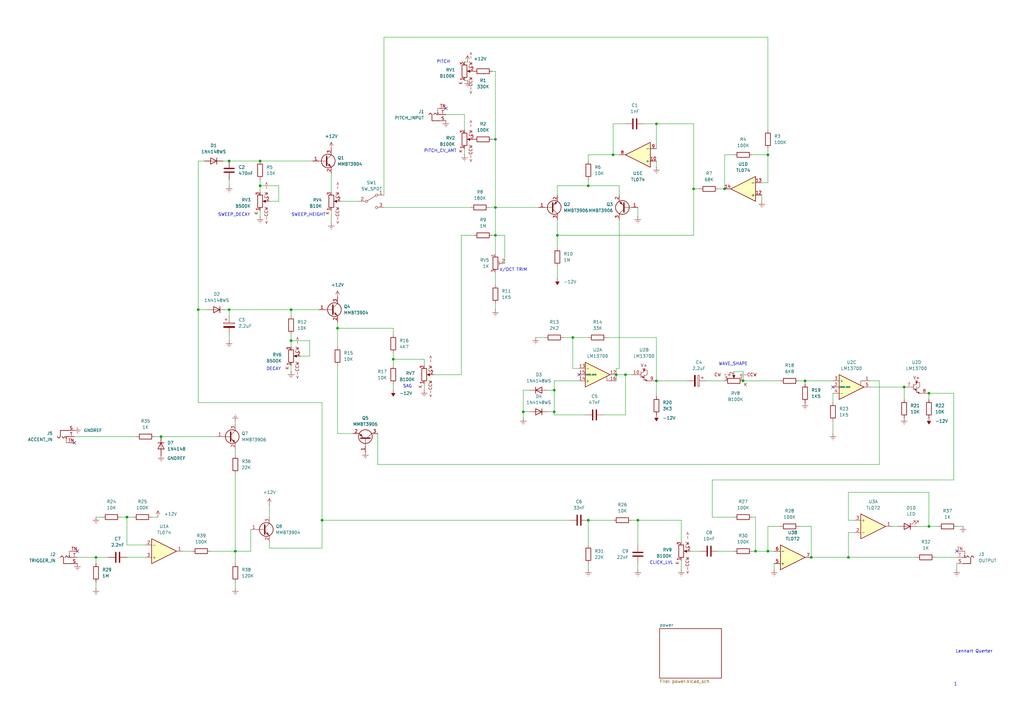
<source format=kicad_sch>
(kicad_sch (version 20250114) (generator "eeschema") (generator_version "9.0")
  (paper "A3")
  (text "PITCH" (at 181.864 25.4 0) (effects (font (size 1.27 1.27))))
  (text "V/OCT TRIM" (at 210.566 110.744 0) (effects (font (size 1.27 1.27))))
  (text "DECAY" (at 112.268 151.384 0) (effects (font (size 1.27 1.27))))
  (text "SWEEP_HEIGHT" (at 126.492 88.138 0) (effects (font (size 1.27 1.27))))
  (text "CLICK_LVL" (at 271.272 230.886 0) (effects (font (size 1.27 1.27))))
  (text "PITCH_CV_AMT" (at 180.594 61.976 0) (effects (font (size 1.27 1.27))))
  (text "WAVE_SHAPE" (at 300.736 149.352 0) (effects (font (size 1.27 1.27))))
  (text "SAG" (at 167.132 158.496 0) (effects (font (size 1.27 1.27))))
  (text "Lennart Querter" (at 399.542 267.208 0) (effects (font (size 1.27 1.27))))
  (text "SWEEP_DECAY" (at 96.012 88.138 0) (effects (font (size 1.27 1.27))))
  (text "1" (at 391.922 280.67 0) (effects (font (size 1.27 1.27))))
  (junction (at 314.96 226.06))
  (junction (at 309.88 226.06))
  (junction (at 66.04 179.07))
  (junction (at 96.52 226.06))
  (junction (at 381 215.9))
  (junction (at 138.43 134.62))
  (junction (at 203.2 57.15))
  (junction (at 214.63 168.91))
  (junction (at 347.98 228.6))
  (junction (at 381 161.29))
  (junction (at 256.54 153.67))
  (junction (at 269.24 50.8))
  (junction (at 228.6 96.52))
  (junction (at 370.84 158.75))
  (junction (at 119.38 139.7))
  (junction (at 251.46 63.5))
  (junction (at 304.8 156.21))
  (junction (at 227.33 168.91))
  (junction (at 252.73 153.67))
  (junction (at 52.07 212.09))
  (junction (at 297.18 77.47))
  (junction (at 203.2 85.09))
  (junction (at 161.29 147.32))
  (junction (at 93.98 66.04))
  (junction (at 284.48 77.47))
  (junction (at 106.68 76.2))
  (junction (at 106.68 66.04))
  (junction (at 241.3 76.2))
  (junction (at 234.95 138.43))
  (junction (at 227.33 160.02))
  (junction (at 241.3 213.36))
  (junction (at 81.28 127))
  (junction (at 132.08 213.36))
  (junction (at 261.62 213.36))
  (junction (at 330.2 156.21))
  (junction (at 203.2 96.52))
  (junction (at 269.24 156.21))
  (junction (at 39.37 228.6))
  (junction (at 314.96 63.5))
  (junction (at 119.38 127))
  (junction (at 93.98 127))
  (junction (at 332.74 228.6))
  (no_connect (at 31.75 226.06))
  (no_connect (at 30.48 181.61))
  (no_connect (at 341.63 158.75))
  (no_connect (at 237.49 153.67))
  (no_connect (at 392.43 226.06))
  (no_connect (at 182.88 44.45))
  (wire (pts (xy 127 146.05) (xy 127 139.7)))
  (wire (pts (xy 190.5 63.5) (xy 190.5 60.96)))
  (wire (pts (xy 261.62 213.36) (xy 279.4 213.36)))
  (wire (pts (xy 252.73 151.13) (xy 252.73 153.67)))
  (wire (pts (xy 59.69 228.6) (xy 52.07 228.6)))
  (wire (pts (xy 308.61 212.09) (xy 309.88 212.09)))
  (wire (pts (xy 106.68 76.2) (xy 114.3 76.2)))
  (wire (pts (xy 254 76.2) (xy 254 80.01)))
  (wire (pts (xy 347.98 228.6) (xy 332.74 228.6)))
  (wire (pts (xy 320.04 215.9) (xy 314.96 215.9)))
  (wire (pts (xy 39.37 212.09) (xy 41.91 212.09)))
  (wire (pts (xy 300.99 226.06) (xy 294.64 226.06)))
  (wire (pts (xy 227.33 160.02) (xy 227.33 168.91)))
  (wire (pts (xy 347.98 218.44) (xy 347.98 228.6)))
  (wire (pts (xy 106.68 76.2) (xy 106.68 78.74)))
  (wire (pts (xy 93.98 129.54) (xy 93.98 127)))
  (wire (pts (xy 256.54 153.67) (xy 259.08 153.67)))
  (wire (pts (xy 130.81 127) (xy 119.38 127)))
  (wire (pts (xy 132.08 213.36) (xy 233.68 213.36)))
  (wire (pts (xy 370.84 163.83) (xy 370.84 158.75)))
  (wire (pts (xy 228.6 80.01) (xy 228.6 76.2)))
  (wire (pts (xy 106.68 66.04) (xy 128.27 66.04)))
  (wire (pts (xy 81.28 127) (xy 81.28 165.1)))
  (wire (pts (xy 93.98 73.66) (xy 93.98 76.2)))
  (wire (pts (xy 154.94 190.5) (xy 154.94 177.8)))
  (wire (pts (xy 135.89 78.74) (xy 135.89 71.12)))
  (wire (pts (xy 154.94 190.5) (xy 360.68 190.5)))
  (wire (pts (xy 214.63 171.45) (xy 214.63 168.91)))
  (wire (pts (xy 309.88 212.09) (xy 309.88 226.06)))
  (wire (pts (xy 96.52 172.72) (xy 96.52 173.99)))
  (wire (pts (xy 269.24 138.43) (xy 269.24 156.21)))
  (wire (pts (xy 392.43 215.9) (xy 394.97 215.9)))
  (wire (pts (xy 327.66 156.21) (xy 330.2 156.21)))
  (wire (pts (xy 203.2 104.14) (xy 203.2 96.52)))
  (wire (pts (xy 52.07 223.52) (xy 52.07 212.09)))
  (wire (pts (xy 119.38 142.24) (xy 119.38 139.7)))
  (wire (pts (xy 247.65 170.18) (xy 256.54 170.18)))
  (wire (pts (xy 252.73 153.67) (xy 256.54 153.67)))
  (wire (pts (xy 360.68 156.21) (xy 356.87 156.21)))
  (wire (pts (xy 314.96 226.06) (xy 317.5 226.06)))
  (wire (pts (xy 297.18 63.5) (xy 297.18 77.47)))
  (wire (pts (xy 228.6 76.2) (xy 241.3 76.2)))
  (wire (pts (xy 300.99 63.5) (xy 297.18 63.5)))
  (wire (pts (xy 127 139.7) (xy 119.38 139.7)))
  (wire (pts (xy 304.8 152.4) (xy 304.8 156.21)))
  (wire (pts (xy 237.49 151.13) (xy 234.95 151.13)))
  (wire (pts (xy 251.46 50.8) (xy 251.46 63.5)))
  (wire (pts (xy 392.43 228.6) (xy 383.54 228.6)))
  (wire (pts (xy 93.98 66.04) (xy 106.68 66.04)))
  (wire (pts (xy 207.01 96.52) (xy 203.2 96.52)))
  (wire (pts (xy 106.68 88.9) (xy 106.68 86.36)))
  (wire (pts (xy 203.2 96.52) (xy 201.93 96.52)))
  (wire (pts (xy 214.63 168.91) (xy 217.17 168.91)))
  (wire (pts (xy 292.1 212.09) (xy 300.99 212.09)))
  (wire (pts (xy 227.33 160.02) (xy 224.79 160.02)))
  (wire (pts (xy 248.92 138.43) (xy 269.24 138.43)))
  (wire (pts (xy 341.63 165.1) (xy 341.63 161.29)))
  (wire (pts (xy 269.24 68.58) (xy 269.24 66.04)))
  (wire (pts (xy 251.46 213.36) (xy 241.3 213.36)))
  (wire (pts (xy 327.66 215.9) (xy 332.74 215.9)))
  (wire (pts (xy 78.74 226.06) (xy 74.93 226.06)))
  (wire (pts (xy 228.6 114.3) (xy 228.6 109.22)))
  (wire (pts (xy 217.17 160.02) (xy 214.63 160.02)))
  (wire (pts (xy 292.1 196.85) (xy 391.16 196.85)))
  (wire (pts (xy 96.52 184.15) (xy 96.52 186.69)))
  (wire (pts (xy 341.63 172.72) (xy 341.63 177.8)))
  (wire (pts (xy 157.48 80.01) (xy 157.48 15.24)))
  (wire (pts (xy 190.5 33.02) (xy 191.77 33.02)))
  (wire (pts (xy 241.3 63.5) (xy 241.3 66.04)))
  (wire (pts (xy 30.48 179.07) (xy 55.88 179.07)))
  (wire (pts (xy 259.08 213.36) (xy 261.62 213.36)))
  (wire (pts (xy 241.3 73.66) (xy 241.3 76.2)))
  (wire (pts (xy 269.24 162.56) (xy 269.24 156.21)))
  (wire (pts (xy 81.28 127) (xy 85.09 127)))
  (wire (pts (xy 139.7 82.55) (xy 147.32 82.55)))
  (wire (pts (xy 228.6 90.17) (xy 228.6 96.52)))
  (wire (pts (xy 200.66 85.09) (xy 203.2 85.09)))
  (wire (pts (xy 234.95 138.43) (xy 241.3 138.43)))
  (wire (pts (xy 347.98 201.93) (xy 381 201.93)))
  (wire (pts (xy 241.3 233.68) (xy 241.3 231.14)))
  (wire (pts (xy 96.52 231.14) (xy 96.52 226.06)))
  (wire (pts (xy 119.38 139.7) (xy 119.38 137.16)))
  (wire (pts (xy 284.48 77.47) (xy 284.48 50.8)))
  (wire (pts (xy 381 201.93) (xy 381 215.9)))
  (wire (pts (xy 157.48 15.24) (xy 314.96 15.24)))
  (wire (pts (xy 312.42 82.55) (xy 312.42 80.01)))
  (wire (pts (xy 381 215.9) (xy 384.81 215.9)))
  (wire (pts (xy 227.33 168.91) (xy 224.79 168.91)))
  (wire (pts (xy 304.8 156.21) (xy 320.04 156.21)))
  (wire (pts (xy 96.52 241.3) (xy 96.52 238.76)))
  (wire (pts (xy 49.53 212.09) (xy 52.07 212.09)))
  (wire (pts (xy 292.1 212.09) (xy 292.1 196.85)))
  (wire (pts (xy 31.75 228.6) (xy 39.37 228.6)))
  (wire (pts (xy 287.02 226.06) (xy 283.21 226.06)))
  (wire (pts (xy 161.29 160.02) (xy 161.29 157.48)))
  (wire (pts (xy 294.64 77.47) (xy 297.18 77.47)))
  (wire (pts (xy 256.54 50.8) (xy 251.46 50.8)))
  (wire (pts (xy 347.98 218.44) (xy 350.52 218.44)))
  (wire (pts (xy 228.6 96.52) (xy 228.6 101.6)))
  (wire (pts (xy 203.2 57.15) (xy 203.2 85.09)))
  (wire (pts (xy 190.5 46.99) (xy 190.5 53.34)))
  (wire (pts (xy 93.98 127) (xy 119.38 127)))
  (wire (pts (xy 203.2 111.76) (xy 203.2 116.84)))
  (wire (pts (xy 279.4 213.36) (xy 279.4 222.25)))
  (wire (pts (xy 39.37 241.3) (xy 39.37 238.76)))
  (wire (pts (xy 252.73 151.13) (xy 254 151.13)))
  (wire (pts (xy 231.14 138.43) (xy 234.95 138.43)))
  (wire (pts (xy 173.99 160.02) (xy 173.99 157.48)))
  (wire (pts (xy 132.08 165.1) (xy 132.08 213.36)))
  (wire (pts (xy 381 163.83) (xy 381 161.29)))
  (wire (pts (xy 86.36 226.06) (xy 96.52 226.06)))
  (wire (pts (xy 138.43 177.8) (xy 138.43 149.86)))
  (wire (pts (xy 44.45 228.6) (xy 39.37 228.6)))
  (wire (pts (xy 66.04 179.07) (xy 88.9 179.07)))
  (wire (pts (xy 138.43 142.24) (xy 138.43 134.62)))
  (wire (pts (xy 96.52 226.06) (xy 102.87 226.06)))
  (wire (pts (xy 309.88 226.06) (xy 314.96 226.06)))
  (wire (pts (xy 241.3 76.2) (xy 254 76.2)))
  (wire (pts (xy 227.33 170.18) (xy 240.03 170.18)))
  (wire (pts (xy 63.5 179.07) (xy 66.04 179.07)))
  (wire (pts (xy 161.29 137.16) (xy 161.29 134.62)))
  (wire (pts (xy 251.46 63.5) (xy 241.3 63.5)))
  (wire (pts (xy 114.3 82.55) (xy 114.3 76.2)))
  (wire (pts (xy 284.48 77.47) (xy 284.48 96.52)))
  (wire (pts (xy 347.98 213.36) (xy 350.52 213.36)))
  (wire (pts (xy 173.99 147.32) (xy 161.29 147.32)))
  (wire (pts (xy 391.16 161.29) (xy 381 161.29)))
  (wire (pts (xy 138.43 134.62) (xy 161.29 134.62)))
  (wire (pts (xy 144.78 177.8) (xy 138.43 177.8)))
  (wire (pts (xy 314.96 74.93) (xy 312.42 74.93)))
  (wire (pts (xy 252.73 153.67) (xy 252.73 156.21)))
  (wire (pts (xy 203.2 57.15) (xy 201.93 57.15)))
  (wire (pts (xy 102.87 226.06) (xy 102.87 217.17)))
  (wire (pts (xy 314.96 15.24) (xy 314.96 53.34)))
  (wire (pts (xy 241.3 223.52) (xy 241.3 213.36)))
  (wire (pts (xy 182.88 46.99) (xy 190.5 46.99)))
  (wire (pts (xy 138.43 134.62) (xy 138.43 132.08)))
  (wire (pts (xy 314.96 215.9) (xy 314.96 226.06)))
  (wire (pts (xy 284.48 96.52) (xy 228.6 96.52)))
  (wire (pts (xy 256.54 170.18) (xy 256.54 153.67)))
  (wire (pts (xy 64.77 212.09) (xy 62.23 212.09)))
  (wire (pts (xy 261.62 85.09) (xy 261.62 88.9)))
  (wire (pts (xy 190.5 25.4) (xy 191.77 25.4)))
  (wire (pts (xy 93.98 66.04) (xy 91.44 66.04)))
  (wire (pts (xy 330.2 156.21) (xy 341.63 156.21)))
  (wire (pts (xy 314.96 60.96) (xy 314.96 63.5)))
  (wire (pts (xy 332.74 215.9) (xy 332.74 228.6)))
  (wire (pts (xy 59.69 223.52) (xy 52.07 223.52)))
  (wire (pts (xy 227.33 156.21) (xy 227.33 160.02)))
  (wire (pts (xy 219.71 138.43) (xy 223.52 138.43)))
  (wire (pts (xy 207.01 107.95) (xy 207.01 96.52)))
  (wire (pts (xy 161.29 147.32) (xy 161.29 144.78)))
  (wire (pts (xy 391.16 196.85) (xy 391.16 161.29)))
  (wire (pts (xy 54.61 212.09) (xy 52.07 212.09)))
  (wire (pts (xy 203.2 29.21) (xy 201.93 29.21)))
  (wire (pts (xy 269.24 50.8) (xy 264.16 50.8)))
  (wire (pts (xy 203.2 85.09) (xy 203.2 96.52)))
  (wire (pts (xy 227.33 168.91) (xy 227.33 170.18)))
  (wire (pts (xy 284.48 50.8) (xy 269.24 50.8)))
  (wire (pts (xy 234.95 151.13) (xy 234.95 138.43)))
  (wire (pts (xy 203.2 29.21) (xy 203.2 57.15)))
  (wire (pts (xy 375.92 215.9) (xy 381 215.9)))
  (wire (pts (xy 39.37 231.14) (xy 39.37 228.6)))
  (wire (pts (xy 110.49 224.79) (xy 132.08 224.79)))
  (wire (pts (xy 81.28 66.04) (xy 81.28 127)))
  (wire (pts (xy 254 63.5) (xy 251.46 63.5)))
  (wire (pts (xy 110.49 82.55) (xy 114.3 82.55)))
  (wire (pts (xy 314.96 63.5) (xy 314.96 74.93)))
  (wire (pts (xy 261.62 233.68) (xy 261.62 231.14)))
  (wire (pts (xy 119.38 152.4) (xy 119.38 149.86)))
  (wire (pts (xy 368.3 215.9) (xy 365.76 215.9)))
  (wire (pts (xy 356.87 158.75) (xy 370.84 158.75)))
  (wire (pts (xy 317.5 233.68) (xy 317.5 231.14)))
  (wire (pts (xy 375.92 228.6) (xy 347.98 228.6)))
  (wire (pts (xy 132.08 213.36) (xy 132.08 224.79)))
  (wire (pts (xy 110.49 222.25) (xy 110.49 224.79)))
  (wire (pts (xy 123.19 146.05) (xy 127 146.05)))
  (wire (pts (xy 110.49 207.01) (xy 110.49 212.09)))
  (wire (pts (xy 287.02 77.47) (xy 284.48 77.47)))
  (wire (pts (xy 254 151.13) (xy 254 90.17)))
  (wire (pts (xy 347.98 213.36) (xy 347.98 201.93)))
  (wire (pts (xy 289.56 156.21) (xy 297.18 156.21)))
  (wire (pts (xy 173.99 149.86) (xy 173.99 147.32)))
  (wire (pts (xy 203.2 127) (xy 203.2 124.46)))
  (wire (pts (xy 392.43 233.68) (xy 392.43 231.14)))
  (wire (pts (xy 81.28 66.04) (xy 83.82 66.04)))
  (wire (pts (xy 81.28 165.1) (xy 132.08 165.1)))
  (wire (pts (xy 189.23 96.52) (xy 194.31 96.52)))
  (wire (pts (xy 92.71 127) (xy 93.98 127)))
  (wire (pts (xy 269.24 60.96) (xy 269.24 50.8)))
  (wire (pts (xy 189.23 153.67) (xy 189.23 96.52)))
  (wire (pts (xy 309.88 226.06) (xy 308.61 226.06)))
  (wire (pts (xy 135.89 86.36) (xy 135.89 91.44)))
  (wire (pts (xy 177.8 153.67) (xy 189.23 153.67)))
  (wire (pts (xy 279.4 233.68) (xy 279.4 229.87)))
  (wire (pts (xy 96.52 194.31) (xy 96.52 226.06)))
  (wire (pts (xy 119.38 127) (xy 119.38 129.54)))
  (wire (pts (xy 281.94 156.21) (xy 269.24 156.21)))
  (wire (pts (xy 106.68 73.66) (xy 106.68 76.2)))
  (wire (pts (xy 308.61 63.5) (xy 314.96 63.5)))
  (wire (pts (xy 203.2 85.09) (xy 220.98 85.09)))
  (wire (pts (xy 330.2 156.21) (xy 330.2 157.48)))
  (wire (pts (xy 261.62 213.36) (xy 261.62 223.52)))
  (wire (pts (xy 93.98 137.16) (xy 93.98 139.7)))
  (wire (pts (xy 237.49 156.21) (xy 227.33 156.21)))
  (wire (pts (xy 300.99 152.4) (xy 304.8 152.4)))
  (wire (pts (xy 360.68 190.5) (xy 360.68 156.21)))
  (wire (pts (xy 161.29 147.32) (xy 161.29 149.86)))
  (wire (pts (xy 157.48 85.09) (xy 193.04 85.09)))
  (wire (pts (xy 214.63 160.02) (xy 214.63 168.91)))
  (symbol (lib_id "synth:R_Default") (at 45.72 212.09 90) (unit 1)
    (property "Reference" "R24" (at 45.72 205.74 90))
    (property "Value" "10K" (at 45.72 208.28 90))
    (property "Footprint" "Resistor_SMD:R_0805_2012Metric_Pad1.20x1.40mm_HandSolder" (effects (hide yes)))
    (property "Description" "Resistor" (effects (hide yes)))
  )
  (symbol (lib_id "synth:R_Default") (at 304.8 212.09 270) (unit 1)
    (property "Reference" "R27" (at 304.8 205.74 90))
    (property "Value" "100K" (at 304.8 208.28 90))
    (property "Footprint" "Resistor_SMD:R_0805_2012Metric_Pad1.20x1.40mm_HandSolder" (effects (hide yes)))
    (property "Description" "Resistor" (effects (hide yes)))
  )
  (symbol (lib_id "power:GNDREF") (at 394.97 215.9 0) (unit 1)
    (property "Reference" "#PWR053" (effects (hide yes)))
    (property "Value" "GNDREF" (effects (hide yes)))
    (property "Description" "Power symbol creates a global label with name \"GNDREF\" , reference supply ground" (effects (hide yes)))
  )
  (symbol (lib_id "Amplifier_Operational:LM13700") (at 266.7 153.67 0) (unit 2)
    (property "Reference" "U2" (at 264.16 143.51 0))
    (property "Value" "LM13700" (at 264.16 146.05 0))
    (property "Footprint" "Synth:SOIC-16" (effects (hide yes)))
    (property "Datasheet" "http://www.ti.com/lit/ds/symlink/lm13700.pdf" (effects (hide yes)))
    (property "Description" "Dual Operational Transconductance Amplifiers with Linearizing Diodes and Buffers, DIP-16/SOIC-16" (effects (hide yes)))
  )
  (symbol (lib_id "synth:R_Potentiometer (P0915N)") (at 300.99 156.21 180) (unit 1)
    (property "Reference" "RV8" (at 301.7006 161.29 0))
    (property "Value" "B100K" (at 301.7006 163.83 0))
    (property "Footprint" "Synth:Potentiometer_TT_P0915N" (effects (hide yes)))
    (property "Description" "Potentiometer" (effects (hide yes)))
  )
  (symbol (lib_id "Device:C_Polarized") (at 93.98 133.35 0) (unit 1)
    (property "Reference" "C3" (at 97.79 131.1909 0) (effects (justify left)))
    (property "Value" "2.2uF" (at 97.79 133.7309 0) (effects (justify left)))
    (property "Footprint" "Capacitor_THT:CP_Radial_D5.0mm_P2.50mm" (effects (hide yes)))
    (property "Description" "Polarized capacitor" (effects (hide yes)))
  )
  (symbol (lib_id "power:GNDREF") (at 39.37 241.3 0) (unit 1)
    (property "Reference" "#PWR030" (effects (hide yes)))
    (property "Value" "GNDREF" (effects (hide yes)))
    (property "Description" "Power symbol creates a global label with name \"GNDREF\" , reference supply ground" (effects (hide yes)))
  )
  (symbol (lib_id "synth:D_Signal (1N4148)") (at 66.04 182.88 270) (unit 1)
    (property "Reference" "D7" (at 68.58 181.6099 90) (effects (justify left)))
    (property "Value" "1N4148" (at 68.58 184.1499 90) (effects (justify left)))
    (property "Footprint" "Diode_SMD:D_SOD-323_HandSoldering" (effects (hide yes)))
    (property "Datasheet" "https://assets.nexperia.com/documents/data-sheet/1N4148_1N4448.pdf" (effects (hide yes)))
    (property "Description" "100V 0.15A standard switching diode, DO-35" (effects (hide yes)))
    (property "Sim.Device" "D" (effects (hide yes)))
    (property "Sim.Pins" "1=K 2=A" (effects (hide yes)))
  )
  (symbol (lib_id "synth:R_Default") (at 138.43 146.05 180) (unit 1)
    (property "Reference" "R15" (at 140.97 144.7799 0) (effects (justify right)))
    (property "Value" "10K" (at 140.97 147.3199 0) (effects (justify right)))
    (property "Footprint" "Resistor_SMD:R_0805_2012Metric_Pad1.20x1.40mm_HandSolder" (effects (hide yes)))
    (property "Description" "Resistor" (effects (hide yes)))
  )
  (symbol (lib_id "synth:R_Default") (at 196.85 85.09 270) (unit 1)
    (property "Reference" "R8" (at 196.85 78.74 90))
    (property "Value" "180K" (at 196.85 81.28 90))
    (property "Footprint" "Resistor_SMD:R_0805_2012Metric_Pad1.20x1.40mm_HandSolder" (effects (hide yes)))
    (property "Description" "Resistor" (effects (hide yes)))
  )
  (symbol (lib_id "synth:R_Default") (at 323.85 215.9 270) (unit 1)
    (property "Reference" "R28" (at 323.85 209.55 90))
    (property "Value" "100K" (at 323.85 212.09 90))
    (property "Footprint" "Resistor_SMD:R_0805_2012Metric_Pad1.20x1.40mm_HandSolder" (effects (hide yes)))
    (property "Description" "Resistor" (effects (hide yes)))
  )
  (symbol (lib_id "power:GNDREF") (at 96.52 241.3 0) (unit 1)
    (property "Reference" "#PWR058" (effects (hide yes)))
    (property "Value" "GNDREF" (effects (hide yes)))
    (property "Description" "Power symbol creates a global label with name \"GNDREF\" , reference supply ground" (effects (hide yes)))
  )
  (symbol (lib_id "synth:AudioJack_Mono_3.5mm") (at 177.8 46.99 0) (mirror x) (unit 1)
    (property "Reference" "J1" (at 173.99 45.7834 0) (effects (justify right)))
    (property "Value" "PITCH_INPUT" (at 173.99 48.3234 0) (effects (justify right)))
    (property "Footprint" "Synth:Jack_3.5mm_QingPu_WQP-PJ398SM_Vertical_CircularHoles" (effects (hide yes)))
    (property "Description" "Audio Jack, 2 Poles (Mono / TS), Switched T Pole (Normalling)" (effects (hide yes)))
  )
  (symbol (lib_id "Diode:1N4148WS") (at 87.63 66.04 180) (unit 1)
    (property "Reference" "D1" (at 87.63 59.69 0))
    (property "Value" "1N4148WS" (at 87.63 62.23 0))
    (property "Footprint" "Diode_SMD:D_SOD-323_HandSoldering" (effects (hide yes)))
    (property "Datasheet" "https://www.vishay.com/docs/85751/1n4148ws.pdf" (effects (hide yes)))
    (property "Description" "75V 0.15A Fast switching Diode, SOD-323" (effects (hide yes)))
    (property "Sim.Device" "D" (effects (hide yes)))
    (property "Sim.Pins" "1=K 2=A" (effects (hide yes)))
  )
  (symbol (lib_id "synth:SW_SPDT") (at 152.4 82.55 0) (unit 1)
    (property "Reference" "SW1" (at 152.4 74.93 0))
    (property "Value" "SW_SPDT" (at 152.4 77.47 0))
    (property "Footprint" "Synth:SW_default" (effects (hide yes)))
    (property "Description" "Switch, single pole double throw" (effects (hide yes)))
  )
  (symbol (lib_id "Diode:1N4148WS") (at 220.98 160.02 0) (unit 1)
    (property "Reference" "D3" (at 220.98 153.67 0))
    (property "Value" "1N4148WS" (at 220.98 156.21 0))
    (property "Footprint" "Diode_SMD:D_SOD-323_HandSoldering" (effects (hide yes)))
    (property "Datasheet" "https://www.vishay.com/docs/85751/1n4148ws.pdf" (effects (hide yes)))
    (property "Description" "75V 0.15A Fast switching Diode, SOD-323" (effects (hide yes)))
    (property "Sim.Device" "D" (effects (hide yes)))
    (property "Sim.Pins" "1=K 2=A" (effects (hide yes)))
  )
  (symbol (lib_id "power:-12V") (at 381 171.45 180) (unit 1)
    (property "Reference" "#PWR024" (effects (hide yes)))
    (property "Value" "-12V" (at 383.54 172.7199 0) (effects (justify right)))
    (property "Description" "Power symbol creates a global label with name \"-12V\"" (effects (hide yes)))
  )
  (symbol (lib_id "power:GNDREF") (at 31.75 231.14 0) (unit 1)
    (property "Reference" "#PWR029" (effects (hide yes)))
    (property "Value" "GNDREF" (effects (hide yes)))
    (property "Description" "Power symbol creates a global label with name \"GNDREF\" , reference supply ground" (effects (hide yes)))
  )
  (symbol (lib_id "Device:C") (at 260.35 50.8 270) (unit 1)
    (property "Reference" "C1" (at 260.35 43.18 90))
    (property "Value" "1nF" (at 260.35 45.72 90))
    (property "Footprint" "Capacitor_SMD:C_0805_2012Metric_Pad1.18x1.45mm_HandSolder" (effects (hide yes)))
    (property "Description" "Unpolarized capacitor" (effects (hide yes)))
  )
  (symbol (lib_id "power:GNDREF") (at 93.98 76.2 0) (unit 1)
    (property "Reference" "#PWR07" (effects (hide yes)))
    (property "Value" "GNDREF" (effects (hide yes)))
    (property "Description" "Power symbol creates a global label with name \"GNDREF\" , reference supply ground" (effects (hide yes)))
  )
  (symbol (lib_id "synth:R_Potentiometer (P0915N)") (at 190.5 29.21 90) (unit 1)
    (property "Reference" "RV1" (at 186.69 28.6505 90) (effects (justify left)))
    (property "Value" "B100K" (at 186.69 31.1905 90) (effects (justify left)))
    (property "Footprint" "Synth:Potentiometer_TT_P0915N" (effects (hide yes)))
    (property "Description" "Potentiometer" (effects (hide yes)))
  )
  (symbol (lib_id "Device:C") (at 237.49 213.36 90) (unit 1)
    (property "Reference" "C6" (at 237.49 205.74 90))
    (property "Value" "33nF" (at 237.49 208.28 90))
    (property "Footprint" "Capacitor_SMD:C_0805_2012Metric_Pad1.18x1.45mm_HandSolder" (effects (hide yes)))
    (property "Description" "Unpolarized capacitor" (effects (hide yes)))
  )
  (symbol (lib_id "power:GNDREF") (at 214.63 171.45 0) (unit 1)
    (property "Reference" "#PWR022" (effects (hide yes)))
    (property "Value" "GNDREF" (effects (hide yes)))
    (property "Description" "Power symbol creates a global label with name \"GNDREF\" , reference supply ground" (effects (hide yes)))
  )
  (symbol (lib_id "synth:R_Default") (at 203.2 120.65 0) (unit 1)
    (property "Reference" "R11" (at 205.74 119.3799 0) (effects (justify left)))
    (property "Value" "1K5" (at 205.74 121.9199 0) (effects (justify left)))
    (property "Footprint" "Resistor_SMD:R_0805_2012Metric_Pad1.20x1.40mm_HandSolder" (effects (hide yes)))
    (property "Description" "Resistor" (effects (hide yes)))
  )
  (symbol (lib_id "synth:R_Potentiometer (P0915N)") (at 190.5 57.15 90) (unit 1)
    (property "Reference" "RV2" (at 186.69 56.5905 90) (effects (justify left)))
    (property "Value" "B100K" (at 186.69 59.1305 90) (effects (justify left)))
    (property "Footprint" "Synth:Potentiometer_TT_P0915N" (effects (hide yes)))
    (property "Description" "Potentiometer" (effects (hide yes)))
  )
  (symbol (lib_id "synth:R_Default") (at 227.33 138.43 90) (unit 1)
    (property "Reference" "R13" (at 227.33 132.08 90))
    (property "Value" "2K2" (at 227.33 134.62 90))
    (property "Footprint" "Resistor_SMD:R_0805_2012Metric_Pad1.20x1.40mm_HandSolder" (effects (hide yes)))
    (property "Description" "Resistor" (effects (hide yes)))
  )
  (symbol (lib_id "synth:R_Potentiometer (P0915N)") (at 135.89 82.55 90) (unit 1)
    (property "Reference" "RV4" (at 132.08 81.9905 90) (effects (justify left)))
    (property "Value" "B10K" (at 132.08 84.5305 90) (effects (justify left)))
    (property "Footprint" "Synth:Potentiometer_TT_P0915N" (effects (hide yes)))
    (property "Description" "Potentiometer" (effects (hide yes)))
  )
  (symbol (lib_id "synth:R_Default") (at 241.3 69.85 0) (unit 1)
    (property "Reference" "R6" (at 243.84 68.5799 0) (effects (justify left)))
    (property "Value" "10K" (at 243.84 71.1199 0) (effects (justify left)))
    (property "Footprint" "Resistor_SMD:R_0805_2012Metric_Pad1.20x1.40mm_HandSolder" (effects (hide yes)))
    (property "Description" "Resistor" (effects (hide yes)))
  )
  (symbol (lib_id "power:GNDREF") (at 203.2 127 0) (unit 1)
    (property "Reference" "#PWR014" (effects (hide yes)))
    (property "Value" "GNDREF" (effects (hide yes)))
    (property "Description" "Power symbol creates a global label with name \"GNDREF\" , reference supply ground" (effects (hide yes)))
  )
  (symbol (lib_id "synth:R_Default") (at 106.68 69.85 180) (unit 1)
    (property "Reference" "R5" (at 109.22 68.5799 0) (effects (justify right)))
    (property "Value" "10K" (at 109.22 71.1199 0) (effects (justify right)))
    (property "Footprint" "Resistor_SMD:R_0805_2012Metric_Pad1.20x1.40mm_HandSolder" (effects (hide yes)))
    (property "Description" "Resistor" (effects (hide yes)))
  )
  (symbol (lib_id "power:GNDREF") (at 149.86 185.42 0) (unit 1)
    (property "Reference" "#PWR026" (effects (hide yes)))
    (property "Value" "GNDREF" (effects (hide yes)))
    (property "Description" "Power symbol creates a global label with name \"GNDREF\" , reference supply ground" (effects (hide yes)))
  )
  (symbol (lib_id "synth:R_Default") (at 161.29 140.97 180) (unit 1)
    (property "Reference" "R16" (at 163.83 139.6999 0) (effects (justify right)))
    (property "Value" "4K7" (at 163.83 142.2399 0) (effects (justify right)))
    (property "Footprint" "Resistor_SMD:R_0805_2012Metric_Pad1.20x1.40mm_HandSolder" (effects (hide yes)))
    (property "Description" "Resistor" (effects (hide yes)))
  )
  (symbol (lib_id "synth:R_Default") (at 290.83 77.47 90) (unit 1)
    (property "Reference" "R7" (at 290.83 71.12 90))
    (property "Value" "68K" (at 290.83 73.66 90))
    (property "Footprint" "Resistor_SMD:R_0805_2012Metric_Pad1.20x1.40mm_HandSolder" (effects (hide yes)))
    (property "Description" "Resistor" (effects (hide yes)))
  )
  (symbol (lib_id "Amplifier_Operational:LM13700") (at 349.25 158.75 0) (mirror x) (unit 3)
    (property "Reference" "U2" (at 349.25 148.59 0))
    (property "Value" "LM13700" (at 349.25 151.13 0))
    (property "Footprint" "Synth:SOIC-16" (effects (hide yes)))
    (property "Datasheet" "http://www.ti.com/lit/ds/symlink/lm13700.pdf" (effects (hide yes)))
    (property "Description" "Dual Operational Transconductance Amplifiers with Linearizing Diodes and Buffers, DIP-16/SOIC-16" (effects (hide yes)))
  )
  (symbol (lib_id "synth:R_Default") (at 58.42 212.09 90) (unit 1)
    (property "Reference" "R25" (at 58.42 205.74 90))
    (property "Value" "100K" (at 58.42 208.28 90))
    (property "Footprint" "Resistor_SMD:R_0805_2012Metric_Pad1.20x1.40mm_HandSolder" (effects (hide yes)))
    (property "Description" "Resistor" (effects (hide yes)))
  )
  (symbol (lib_id "power:GNDREF") (at 30.48 176.53 90) (unit 1)
    (property "Reference" "#PWR050" (effects (hide yes)))
    (property "Value" "GNDREF" (at 34.29 176.5299 90) (effects (justify right)))
    (property "Description" "Power symbol creates a global label with name \"GNDREF\" , reference supply ground" (effects (hide yes)))
  )
  (symbol (lib_id "power:GNDREF") (at 341.63 177.8 0) (unit 1)
    (property "Reference" "#PWR025" (effects (hide yes)))
    (property "Value" "GNDREF" (effects (hide yes)))
    (property "Description" "Power symbol creates a global label with name \"GNDREF\" , reference supply ground" (effects (hide yes)))
  )
  (symbol (lib_id "Amplifier_Operational:TL072") (at 358.14 215.9 0) (unit 1)
    (property "Reference" "U3" (at 358.14 205.74 0))
    (property "Value" "TL072" (at 358.14 208.28 0))
    (property "Footprint" "Synth:SOIC-8" (effects (hide yes)))
    (property "Datasheet" "http://www.ti.com/lit/ds/symlink/tl071.pdf" (effects (hide yes)))
    (property "Description" "Dual Low-Noise JFET-Input Operational Amplifiers, DIP-8/SOIC-8" (effects (hide yes)))
  )
  (symbol (lib_id "synth:R_Potentiometer (P0915N)") (at 106.68 82.55 90) (unit 1)
    (property "Reference" "RV3" (at 102.87 81.9905 90) (effects (justify left)))
    (property "Value" "B500K" (at 102.87 84.5305 90) (effects (justify left)))
    (property "Footprint" "Synth:Potentiometer_TT_P0915N" (effects (hide yes)))
    (property "Description" "Potentiometer" (effects (hide yes)))
  )
  (symbol (lib_id "power:GNDREF") (at 261.62 233.68 0) (unit 1)
    (property "Reference" "#PWR032" (effects (hide yes)))
    (property "Value" "GNDREF" (effects (hide yes)))
    (property "Description" "Power symbol creates a global label with name \"GNDREF\" , reference supply ground" (effects (hide yes)))
  )
  (symbol (lib_id "synth:R_Default") (at 304.8 63.5 90) (unit 1)
    (property "Reference" "R4" (at 304.8 57.15 90))
    (property "Value" "100K" (at 304.8 59.69 90))
    (property "Footprint" "Resistor_SMD:R_0805_2012Metric_Pad1.20x1.40mm_HandSolder" (effects (hide yes)))
    (property "Description" "Resistor" (effects (hide yes)))
  )
  (symbol (lib_id "Amplifier_Operational:LM13700") (at 378.46 158.75 0) (unit 4)
    (property "Reference" "U2" (at 375.92 148.59 0))
    (property "Value" "LM13700" (at 375.92 151.13 0))
    (property "Footprint" "Synth:SOIC-16" (effects (hide yes)))
    (property "Datasheet" "http://www.ti.com/lit/ds/symlink/lm13700.pdf" (effects (hide yes)))
    (property "Description" "Dual Operational Transconductance Amplifiers with Linearizing Diodes and Buffers, DIP-16/SOIC-16" (effects (hide yes)))
  )
  (symbol (lib_id "synth:R_Default") (at 255.27 213.36 270) (unit 1)
    (property "Reference" "R26" (at 255.27 207.01 90))
    (property "Value" "10K" (at 255.27 209.55 90))
    (property "Footprint" "Resistor_SMD:R_0805_2012Metric_Pad1.20x1.40mm_HandSolder" (effects (hide yes)))
    (property "Description" "Resistor" (effects (hide yes)))
  )
  (symbol (lib_id "power:+12V") (at 110.49 207.01 0) (unit 1)
    (property "Reference" "#PWR059" (effects (hide yes)))
    (property "Value" "+12V" (at 110.49 201.93 0))
    (property "Description" "Power symbol creates a global label with name \"+12V\"" (effects (hide yes)))
  )
  (symbol (lib_id "power:GNDREF") (at 330.2 165.1 0) (unit 1)
    (property "Reference" "#PWR020" (effects (hide yes)))
    (property "Value" "GNDREF" (effects (hide yes)))
    (property "Description" "Power symbol creates a global label with name \"GNDREF\" , reference supply ground" (effects (hide yes)))
  )
  (symbol (lib_id "synth:R_Default") (at 314.96 57.15 180) (unit 1)
    (property "Reference" "R3" (at 317.5 55.8799 0) (effects (justify right)))
    (property "Value" "100K" (at 317.5 58.4199 0) (effects (justify right)))
    (property "Footprint" "Resistor_SMD:R_0805_2012Metric_Pad1.20x1.40mm_HandSolder" (effects (hide yes)))
    (property "Description" "Resistor" (effects (hide yes)))
  )
  (symbol (lib_id "power:GNDREF") (at 66.04 186.69 0) (unit 1)
    (property "Reference" "#PWR051" (effects (hide yes)))
    (property "Value" "GNDREF" (at 68.58 187.9599 0) (effects (justify left)))
    (property "Description" "Power symbol creates a global label with name \"GNDREF\" , reference supply ground" (effects (hide yes)))
  )
  (symbol (lib_id "Diode:1N4148WS") (at 88.9 127 180) (unit 1)
    (property "Reference" "D2" (at 88.9 120.65 0))
    (property "Value" "1N4148WS" (at 88.9 123.19 0))
    (property "Footprint" "Diode_SMD:D_SOD-323_HandSoldering" (effects (hide yes)))
    (property "Datasheet" "https://www.vishay.com/docs/85751/1n4148ws.pdf" (effects (hide yes)))
    (property "Description" "75V 0.15A Fast switching Diode, SOD-323" (effects (hide yes)))
    (property "Sim.Device" "D" (effects (hide yes)))
    (property "Sim.Pins" "1=K 2=A" (effects (hide yes)))
  )
  (symbol (lib_id "Transistor_BJT:MMBT3906") (at 149.86 180.34 270) (mirror x) (unit 1)
    (property "Reference" "Q5" (at 149.86 171.45 90))
    (property "Value" "MMBT3906" (at 149.86 173.99 90))
    (property "Footprint" "Package_TO_SOT_SMD:SOT-23_Handsoldering" (effects (hide yes)))
    (property "Datasheet" "https://www.onsemi.com/pdf/datasheet/pzt3906-d.pdf" (effects (hide yes)))
    (property "Description" "-0.2A Ic, -40V Vce, Small Signal PNP Transistor, SOT-23" (effects (hide yes)))
  )
  (symbol (lib_id "power:GNDREF") (at 190.5 63.5 0) (unit 1)
    (property "Reference" "#PWR05" (effects (hide yes)))
    (property "Value" "GNDREF" (effects (hide yes)))
    (property "Description" "Power symbol creates a global label with name \"GNDREF\" , reference supply ground" (effects (hide yes)))
  )
  (symbol (lib_id "synth:R_Default") (at 198.12 57.15 270) (unit 1)
    (property "Reference" "R2" (at 198.12 50.8 90))
    (property "Value" "100K" (at 198.12 53.34 90))
    (property "Footprint" "Resistor_SMD:R_0805_2012Metric_Pad1.20x1.40mm_HandSolder" (effects (hide yes)))
    (property "Description" "Resistor" (effects (hide yes)))
  )
  (symbol (lib_id "Device:C") (at 93.98 69.85 180) (unit 1)
    (property "Reference" "C2" (at 97.79 68.5799 0) (effects (justify right)))
    (property "Value" "470nF" (at 97.79 71.1199 0) (effects (justify right)))
    (property "Footprint" "Capacitor_SMD:C_0805_2012Metric_Pad1.18x1.45mm_HandSolder" (effects (hide yes)))
    (property "Description" "Unpolarized capacitor" (effects (hide yes)))
  )
  (symbol (lib_id "power:GNDREF") (at 370.84 171.45 0) (unit 1)
    (property "Reference" "#PWR023" (effects (hide yes)))
    (property "Value" "GNDREF" (effects (hide yes)))
    (property "Description" "Power symbol creates a global label with name \"GNDREF\" , reference supply ground" (effects (hide yes)))
  )
  (symbol (lib_id "power:+12V") (at 191.77 25.4 0) (unit 1)
    (property "Reference" "#PWR01" (effects (hide yes)))
    (property "Value" "+12V" (at 194.31 24.1299 0) (effects (justify left)))
    (property "Description" "Power symbol creates a global label with name \"+12V\"" (effects (hide yes)))
  )
  (symbol (lib_id "synth:R_Default") (at 82.55 226.06 90) (unit 1)
    (property "Reference" "R39" (at 82.55 219.71 90))
    (property "Value" "100K" (at 82.55 222.25 90))
    (property "Footprint" "Resistor_SMD:R_0805_2012Metric_Pad1.20x1.40mm_HandSolder" (effects (hide yes)))
    (property "Description" "Resistor" (effects (hide yes)))
  )
  (symbol (lib_id "power:GNDREF") (at 182.88 49.53 0) (unit 1)
    (property "Reference" "#PWR03" (effects (hide yes)))
    (property "Value" "GNDREF" (effects (hide yes)))
    (property "Description" "Power symbol creates a global label with name \"GNDREF\" , reference supply ground" (effects (hide yes)))
  )
  (symbol (lib_id "Amplifier_Operational:TL074") (at 261.62 63.5 180) (unit 3)
    (property "Reference" "U1" (at 261.62 71.12 0))
    (property "Value" "TL074" (at 261.62 73.66 0))
    (property "Footprint" "Synth:SOIC-14" (effects (hide yes)))
    (property "Datasheet" "http://www.ti.com/lit/ds/symlink/tl071.pdf" (effects (hide yes)))
    (property "Description" "Quad Low-Noise JFET-Input Operational Amplifiers, DIP-14/SOIC-14" (effects (hide yes)))
  )
  (symbol (lib_id "synth:R_Default") (at 198.12 29.21 270) (unit 1)
    (property "Reference" "R1" (at 198.12 33.02 90))
    (property "Value" "330K" (at 198.12 35.56 90))
    (property "Footprint" "Resistor_SMD:R_0805_2012Metric_Pad1.20x1.40mm_HandSolder" (effects (hide yes)))
    (property "Description" "Resistor" (effects (hide yes)))
  )
  (symbol (lib_id "synth:R_Default") (at 198.12 96.52 270) (unit 1)
    (property "Reference" "R9" (at 198.12 90.17 90))
    (property "Value" "1M" (at 198.12 92.71 90))
    (property "Footprint" "Resistor_SMD:R_0805_2012Metric_Pad1.20x1.40mm_HandSolder" (effects (hide yes)))
    (property "Description" "Resistor" (effects (hide yes)))
  )
  (symbol (lib_id "Amplifier_Operational:TL074") (at 304.8 77.47 180) (unit 4)
    (property "Reference" "U1" (at 304.8 67.31 0))
    (property "Value" "TL074" (at 304.8 69.85 0))
    (property "Footprint" "Synth:SOIC-14" (effects (hide yes)))
    (property "Datasheet" "http://www.ti.com/lit/ds/symlink/tl071.pdf" (effects (hide yes)))
    (property "Description" "Quad Low-Noise JFET-Input Operational Amplifiers, DIP-14/SOIC-14" (effects (hide yes)))
  )
  (symbol (lib_id "power:GNDREF") (at 96.52 172.72 180) (unit 1)
    (property "Reference" "#PWR052" (effects (hide yes)))
    (property "Value" "GNDREF" (effects (hide yes)))
    (property "Description" "Power symbol creates a global label with name \"GNDREF\" , reference supply ground" (effects (hide yes)))
  )
  (symbol (lib_id "power:GNDREF") (at 261.62 88.9 0) (unit 1)
    (property "Reference" "#PWR010" (effects (hide yes)))
    (property "Value" "GNDREF" (effects (hide yes)))
    (property "Description" "Power symbol creates a global label with name \"GNDREF\" , reference supply ground" (effects (hide yes)))
  )
  (symbol (lib_id "synth:R_Default") (at 341.63 168.91 180) (unit 1)
    (property "Reference" "R23" (at 344.17 167.6399 0) (effects (justify right)))
    (property "Value" "1K5" (at 344.17 170.1799 0) (effects (justify right)))
    (property "Footprint" "Resistor_SMD:R_0805_2012Metric_Pad1.20x1.40mm_HandSolder" (effects (hide yes)))
    (property "Description" "Resistor" (effects (hide yes)))
  )
  (symbol (lib_id "synth:R_Default") (at 228.6 105.41 0) (unit 1)
    (property "Reference" "R10" (at 231.14 104.1399 0) (effects (justify left)))
    (property "Value" "1M" (at 231.14 106.6799 0) (effects (justify left)))
    (property "Footprint" "Resistor_SMD:R_0805_2012Metric_Pad1.20x1.40mm_HandSolder" (effects (hide yes)))
    (property "Description" "Resistor" (effects (hide yes)))
  )
  (symbol (lib_id "synth:AudioJack_Mono_3.5mm") (at 25.4 179.07 0) (unit 1)
    (property "Reference" "J5" (at 21.59 177.7364 0) (effects (justify right)))
    (property "Value" "ACCENT_IN" (at 21.59 180.2764 0) (effects (justify right)))
    (property "Footprint" "Synth:Jack_3.5mm_QingPu_WQP-PJ398SM_Vertical_CircularHoles" (effects (hide yes)))
    (property "Description" "Audio Jack, 2 Poles (Mono / TS), Switched T Pole (Normalling)" (effects (hide yes)))
  )
  (symbol (lib_id "synth:R_Default") (at 96.52 190.5 0) (unit 1)
    (property "Reference" "R36" (at 99.06 189.2299 0) (effects (justify left)))
    (property "Value" "22K" (at 99.06 191.7699 0) (effects (justify left)))
    (property "Footprint" "Resistor_SMD:R_0805_2012Metric_Pad1.20x1.40mm_HandSolder" (effects (hide yes)))
    (property "Description" "Resistor" (effects (hide yes)))
  )
  (symbol (lib_id "synth:R_Default") (at 39.37 234.95 0) (unit 1)
    (property "Reference" "R29" (at 41.91 233.6799 0) (effects (justify left)))
    (property "Value" "1M" (at 41.91 236.2199 0) (effects (justify left)))
    (property "Footprint" "Resistor_SMD:R_0805_2012Metric_Pad1.20x1.40mm_HandSolder" (effects (hide yes)))
    (property "Description" "Resistor" (effects (hide yes)))
  )
  (symbol (lib_id "power:GNDREF") (at 279.4 233.68 0) (unit 1)
    (property "Reference" "#PWR033" (effects (hide yes)))
    (property "Value" "GNDREF" (effects (hide yes)))
    (property "Description" "Power symbol creates a global label with name \"GNDREF\" , reference supply ground" (effects (hide yes)))
  )
  (symbol (lib_id "power:+12V") (at 64.77 212.09 0) (unit 1)
    (property "Reference" "#PWR028" (effects (hide yes)))
    (property "Value" "+12V" (at 67.31 210.8199 0) (effects (justify left)))
    (property "Description" "Power symbol creates a global label with name \"+12V\"" (effects (hide yes)))
  )
  (symbol (lib_id "power:-12V") (at 161.29 160.02 180) (unit 1)
    (property "Reference" "#PWR018" (effects (hide yes)))
    (property "Value" "-12V" (at 163.83 161.2899 0) (effects (justify right)))
    (property "Description" "Power symbol creates a global label with name \"-12V\"" (effects (hide yes)))
  )
  (symbol (lib_id "Transistor_BJT:MMBT3904") (at 135.89 127 0) (unit 1)
    (property "Reference" "Q4" (at 140.97 125.7299 0) (effects (justify left)))
    (property "Value" "MMBT3904" (at 140.97 128.2699 0) (effects (justify left)))
    (property "Footprint" "Package_TO_SOT_SMD:SOT-23_Handsoldering" (effects (hide yes)))
    (property "Datasheet" "https://www.onsemi.com/pdf/datasheet/pzt3904-d.pdf" (effects (hide yes)))
    (property "Description" "0.2A Ic, 40V Vce, Small Signal NPN Transistor, SOT-23" (effects (hide yes)))
  )
  (symbol (lib_id "Device:C") (at 243.84 170.18 270) (unit 1)
    (property "Reference" "C5" (at 243.84 162.56 90))
    (property "Value" "47nF" (at 243.84 165.1 90))
    (property "Footprint" "Capacitor_SMD:C_0805_2012Metric_Pad1.18x1.45mm_HandSolder" (effects (hide yes)))
    (property "Description" "Unpolarized capacitor" (effects (hide yes)))
  )
  (symbol (lib_id "synth:R_Default") (at 330.2 161.29 180) (unit 1)
    (property "Reference" "R19" (at 332.74 160.0199 0) (effects (justify right)))
    (property "Value" "1K5" (at 332.74 162.5599 0) (effects (justify right)))
    (property "Footprint" "Resistor_SMD:R_0805_2012Metric_Pad1.20x1.40mm_HandSolder" (effects (hide yes)))
    (property "Description" "Resistor" (effects (hide yes)))
  )
  (symbol (lib_id "synth:LED (3mm)") (at 372.11 215.9 180) (unit 1)
    (property "Reference" "D10" (at 373.6975 208.28 0))
    (property "Value" "LED" (at 373.6975 210.82 0))
    (property "Footprint" "Synth:LED_D3.0mm" (effects (hide yes)))
    (property "Description" "Light emitting diode" (effects (hide yes)))
  )
  (symbol (lib_id "synth:R_Default") (at 381 167.64 0) (unit 1)
    (property "Reference" "R22" (at 383.54 166.3699 0) (effects (justify left)))
    (property "Value" "10K" (at 383.54 168.9099 0) (effects (justify left)))
    (property "Footprint" "Resistor_SMD:R_0805_2012Metric_Pad1.20x1.40mm_HandSolder" (effects (hide yes)))
    (property "Description" "Resistor" (effects (hide yes)))
  )
  (symbol (lib_id "power:+12V") (at 135.89 60.96 0) (unit 1)
    (property "Reference" "#PWR04" (effects (hide yes)))
    (property "Value" "+12V" (at 135.89 55.88 0))
    (property "Description" "Power symbol creates a global label with name \"+12V\"" (effects (hide yes)))
  )
  (symbol (lib_id "power:GNDREF") (at 119.38 152.4 0) (unit 1)
    (property "Reference" "#PWR017" (effects (hide yes)))
    (property "Value" "GNDREF" (effects (hide yes)))
    (property "Description" "Power symbol creates a global label with name \"GNDREF\" , reference supply ground" (effects (hide yes)))
  )
  (symbol (lib_id "power:GNDREF") (at 39.37 212.09 0) (unit 1)
    (property "Reference" "#PWR027" (effects (hide yes)))
    (property "Value" "GNDREF" (effects (hide yes)))
    (property "Description" "Power symbol creates a global label with name \"GNDREF\" , reference supply ground" (effects (hide yes)))
  )
  (symbol (lib_id "synth:R_Default") (at 245.11 138.43 90) (unit 1)
    (property "Reference" "R14" (at 245.11 132.08 90))
    (property "Value" "33K" (at 245.11 134.62 90))
    (property "Footprint" "Resistor_SMD:R_0805_2012Metric_Pad1.20x1.40mm_HandSolder" (effects (hide yes)))
    (property "Description" "Resistor" (effects (hide yes)))
  )
  (symbol (lib_id "Transistor_BJT:MMBT3906") (at 93.98 179.07 0) (unit 1)
    (property "Reference" "Q7" (at 99.06 177.7999 0) (effects (justify left)))
    (property "Value" "MMBT3906" (at 99.06 180.3399 0) (effects (justify left)))
    (property "Footprint" "Package_TO_SOT_SMD:SOT-23_Handsoldering" (effects (hide yes)))
    (property "Datasheet" "https://www.onsemi.com/pdf/datasheet/pzt3906-d.pdf" (effects (hide yes)))
    (property "Description" "-0.2A Ic, -40V Vce, Small Signal PNP Transistor, SOT-23" (effects (hide yes)))
  )
  (symbol (lib_id "synth:R_Default") (at 241.3 227.33 180) (unit 1)
    (property "Reference" "R31" (at 243.84 226.0599 0) (effects (justify right)))
    (property "Value" "22K" (at 243.84 228.5999 0) (effects (justify right)))
    (property "Footprint" "Resistor_SMD:R_0805_2012Metric_Pad1.20x1.40mm_HandSolder" (effects (hide yes)))
    (property "Description" "Resistor" (effects (hide yes)))
  )
  (symbol (lib_id "synth:R_Potentiometer (P0915N)") (at 173.99 153.67 90) (unit 1)
    (property "Reference" "RV7" (at 170.18 153.1105 90) (effects (justify left)))
    (property "Value" "B100K" (at 170.18 155.6505 90) (effects (justify left)))
    (property "Footprint" "Synth:Potentiometer_TT_P0915N" (effects (hide yes)))
    (property "Description" "Potentiometer" (effects (hide yes)))
  )
  (symbol (lib_id "Device:C") (at 261.62 227.33 180) (unit 1)
    (property "Reference" "C9" (at 257.81 226.0599 0) (effects (justify left)))
    (property "Value" "22nF" (at 257.81 228.5999 0) (effects (justify left)))
    (property "Footprint" "Capacitor_SMD:C_0805_2012Metric_Pad1.18x1.45mm_HandSolder" (effects (hide yes)))
    (property "Description" "Unpolarized capacitor" (effects (hide yes)))
  )
  (symbol (lib_id "power:GNDREF") (at 93.98 139.7 0) (unit 1)
    (property "Reference" "#PWR016" (effects (hide yes)))
    (property "Value" "GNDREF" (effects (hide yes)))
    (property "Description" "Power symbol creates a global label with name \"GNDREF\" , reference supply ground" (effects (hide yes)))
  )
  (symbol (lib_id "power:GNDREF") (at 135.89 91.44 0) (unit 1)
    (property "Reference" "#PWR011" (effects (hide yes)))
    (property "Value" "GNDREF" (effects (hide yes)))
    (property "Description" "Power symbol creates a global label with name \"GNDREF\" , reference supply ground" (effects (hide yes)))
  )
  (symbol (lib_id "Device:C") (at 290.83 226.06 90) (unit 1)
    (property "Reference" "C8" (at 290.83 218.44 90))
    (property "Value" "10nF" (at 290.83 220.98 90))
    (property "Footprint" "Capacitor_SMD:C_0805_2012Metric_Pad1.18x1.45mm_HandSolder" (effects (hide yes)))
    (property "Description" "Unpolarized capacitor" (effects (hide yes)))
  )
  (symbol (lib_id "Diode:1N4148WS") (at 220.98 168.91 180) (unit 1)
    (property "Reference" "D4" (at 220.98 162.56 0))
    (property "Value" "1N4148WS" (at 220.98 165.1 0))
    (property "Footprint" "Diode_SMD:D_SOD-323_HandSoldering" (effects (hide yes)))
    (property "Datasheet" "https://www.vishay.com/docs/85751/1n4148ws.pdf" (effects (hide yes)))
    (property "Description" "75V 0.15A Fast switching Diode, SOD-323" (effects (hide yes)))
    (property "Sim.Device" "D" (effects (hide yes)))
    (property "Sim.Pins" "1=K 2=A" (effects (hide yes)))
  )
  (symbol (lib_id "power:-12V") (at 269.24 170.18 180) (unit 1)
    (property "Reference" "#PWR021" (effects (hide yes)))
    (property "Value" "-12V" (at 271.78 171.4499 0) (effects (justify right)))
    (property "Description" "Power symbol creates a global label with name \"-12V\"" (effects (hide yes)))
  )
  (symbol (lib_id "Transistor_BJT:MMBT3904") (at 133.35 66.04 0) (unit 1)
    (property "Reference" "Q1" (at 138.43 64.7699 0) (effects (justify left)))
    (property "Value" "MMBT3904" (at 138.43 67.3099 0) (effects (justify left)))
    (property "Footprint" "Package_TO_SOT_SMD:SOT-23_Handsoldering" (effects (hide yes)))
    (property "Datasheet" "https://www.onsemi.com/pdf/datasheet/pzt3904-d.pdf" (effects (hide yes)))
    (property "Description" "0.2A Ic, 40V Vce, Small Signal NPN Transistor, SOT-23" (effects (hide yes)))
  )
  (symbol (lib_id "synth:R_Potentiometer (P0915N)") (at 119.38 146.05 90) (unit 1)
    (property "Reference" "RV6" (at 115.57 145.4905 90) (effects (justify left)))
    (property "Value" "B500K" (at 115.57 148.0305 90) (effects (justify left)))
    (property "Footprint" "Synth:Potentiometer_TT_P0915N" (effects (hide yes)))
    (property "Description" "Potentiometer" (effects (hide yes)))
  )
  (symbol (lib_id "synth:R_Default") (at 119.38 133.35 180) (unit 1)
    (property "Reference" "R12" (at 121.92 132.0799 0) (effects (justify right)))
    (property "Value" "10K" (at 121.92 134.6199 0) (effects (justify right)))
    (property "Footprint" "Resistor_SMD:R_0805_2012Metric_Pad1.20x1.40mm_HandSolder" (effects (hide yes)))
    (property "Description" "Resistor" (effects (hide yes)))
  )
  (symbol (lib_id "synth:R_Default") (at 161.29 153.67 180) (unit 1)
    (property "Reference" "R17" (at 158.75 152.3999 0) (effects (justify left)))
    (property "Value" "10K" (at 158.75 154.9399 0) (effects (justify left)))
    (property "Footprint" "Resistor_SMD:R_0805_2012Metric_Pad1.20x1.40mm_HandSolder" (effects (hide yes)))
    (property "Description" "Resistor" (effects (hide yes)))
  )
  (symbol (lib_id "power:GNDREF") (at 173.99 160.02 0) (unit 1)
    (property "Reference" "#PWR019" (effects (hide yes)))
    (property "Value" "GNDREF" (effects (hide yes)))
    (property "Description" "Power symbol creates a global label with name \"GNDREF\" , reference supply ground" (effects (hide yes)))
  )
  (symbol (lib_id "synth:R_Potentiometer_Trim (Bourns)") (at 203.2 107.95 0) (unit 1)
    (property "Reference" "RV5" (at 200.66 106.6799 0) (effects (justify right)))
    (property "Value" "1K" (at 200.66 109.2199 0) (effects (justify right)))
    (property "Footprint" "Synth:Potentiometer_Bourns_3296W_Vertical" (effects (hide yes)))
    (property "Description" "Trim-potentiometer" (effects (hide yes)))
  )
  (symbol (lib_id "synth:AudioJack_Mono_3.5mm") (at 26.67 228.6 0) (mirror x) (unit 1)
    (property "Reference" "J2" (at 22.86 227.3934 0) (effects (justify right)))
    (property "Value" "TRIGGER_IN" (at 22.86 229.9334 0) (effects (justify right)))
    (property "Footprint" "Synth:Jack_3.5mm_QingPu_WQP-PJ398SM_Vertical_CircularHoles" (effects (hide yes)))
    (property "Description" "Audio Jack, 2 Poles (Mono / TS), Switched T Pole (Normalling)" (effects (hide yes)))
  )
  (symbol (lib_id "synth:R_Potentiometer (P0915N)") (at 279.4 226.06 90) (unit 1)
    (property "Reference" "RV9" (at 275.59 225.5005 90) (effects (justify left)))
    (property "Value" "B100K" (at 275.59 228.0405 90) (effects (justify left)))
    (property "Footprint" "Synth:Potentiometer_TT_P0915N" (effects (hide yes)))
    (property "Description" "Potentiometer" (effects (hide yes)))
  )
  (symbol (lib_id "power:-12V") (at 228.6 114.3 180) (unit 1)
    (property "Reference" "#PWR012" (effects (hide yes)))
    (property "Value" "-12V" (at 231.14 115.5699 0) (effects (justify right)))
    (property "Description" "Power symbol creates a global label with name \"-12V\"" (effects (hide yes)))
  )
  (symbol (lib_id "Amplifier_Operational:TL074") (at 67.31 226.06 0) (mirror x) (unit 1)
    (property "Reference" "U1" (at 67.31 215.9 0))
    (property "Value" "TL074" (at 67.31 218.44 0))
    (property "Footprint" "Synth:SOIC-14" (effects (hide yes)))
    (property "Datasheet" "http://www.ti.com/lit/ds/symlink/tl071.pdf" (effects (hide yes)))
    (property "Description" "Quad Low-Noise JFET-Input Operational Amplifiers, DIP-14/SOIC-14" (effects (hide yes)))
  )
  (symbol (lib_id "Device:C_Polarized") (at 285.75 156.21 270) (unit 1)
    (property "Reference" "C4" (at 286.639 148.59 90))
    (property "Value" "2.2uF" (at 286.639 151.13 90))
    (property "Footprint" "Capacitor_THT:CP_Radial_D5.0mm_P2.50mm" (effects (hide yes)))
    (property "Description" "Polarized capacitor" (effects (hide yes)))
  )
  (symbol (lib_id "synth:R_Default") (at 269.24 166.37 0) (unit 1)
    (property "Reference" "R20" (at 271.78 165.0999 0) (effects (justify left)))
    (property "Value" "3K3" (at 271.78 167.6399 0) (effects (justify left)))
    (property "Footprint" "Resistor_SMD:R_0805_2012Metric_Pad1.20x1.40mm_HandSolder" (effects (hide yes)))
    (property "Description" "Resistor" (effects (hide yes)))
  )
  (symbol (lib_id "synth:R_Default") (at 388.62 215.9 270) (unit 1)
    (property "Reference" "R37" (at 388.62 209.55 90))
    (property "Value" "1K" (at 388.62 212.09 90))
    (property "Footprint" "Resistor_SMD:R_0805_2012Metric_Pad1.20x1.40mm_HandSolder" (effects (hide yes)))
    (property "Description" "Resistor" (effects (hide yes)))
  )
  (symbol (lib_id "Amplifier_Operational:LM13700") (at 245.11 153.67 0) (unit 1)
    (property "Reference" "U2" (at 245.11 143.51 0))
    (property "Value" "LM13700" (at 245.11 146.05 0))
    (property "Footprint" "Synth:SOIC-16" (effects (hide yes)))
    (property "Datasheet" "http://www.ti.com/lit/ds/symlink/lm13700.pdf" (effects (hide yes)))
    (property "Description" "Dual Operational Transconductance Amplifiers with Linearizing Diodes and Buffers, DIP-16/SOIC-16" (effects (hide yes)))
  )
  (symbol (lib_id "Transistor_BJT:MMBT3906") (at 256.54 85.09 180) (unit 1)
    (property "Reference" "Q3" (at 251.46 83.8199 0) (effects (justify left)))
    (property "Value" "MMBT3906" (at 251.46 86.3599 0) (effects (justify left)))
    (property "Footprint" "Package_TO_SOT_SMD:SOT-23_Handsoldering" (effects (hide yes)))
    (property "Datasheet" "https://www.onsemi.com/pdf/datasheet/pzt3906-d.pdf" (effects (hide yes)))
    (property "Description" "-0.2A Ic, -40V Vce, Small Signal PNP Transistor, SOT-23" (effects (hide yes)))
  )
  (symbol (lib_id "Transistor_BJT:MMBT3906") (at 226.06 85.09 0) (mirror x) (unit 1)
    (property "Reference" "Q2" (at 231.14 83.8199 0) (effects (justify left)))
    (property "Value" "MMBT3906" (at 231.14 86.3599 0) (effects (justify left)))
    (property "Footprint" "Package_TO_SOT_SMD:SOT-23_Handsoldering" (effects (hide yes)))
    (property "Datasheet" "https://www.onsemi.com/pdf/datasheet/pzt3906-d.pdf" (effects (hide yes)))
    (property "Description" "-0.2A Ic, -40V Vce, Small Signal PNP Transistor, SOT-23" (effects (hide yes)))
  )
  (symbol (lib_id "Amplifier_Operational:TL072") (at 325.12 228.6 0) (mirror x) (unit 2)
    (property "Reference" "U3" (at 325.12 218.44 0))
    (property "Value" "TL072" (at 325.12 220.98 0))
    (property "Footprint" "Synth:SOIC-8" (effects (hide yes)))
    (property "Datasheet" "http://www.ti.com/lit/ds/symlink/tl071.pdf" (effects (hide yes)))
    (property "Description" "Dual Low-Noise JFET-Input Operational Amplifiers, DIP-8/SOIC-8" (effects (hide yes)))
  )
  (symbol (lib_id "synth:R_Default") (at 304.8 226.06 270) (unit 1)
    (property "Reference" "R30" (at 304.8 219.71 90))
    (property "Value" "100K" (at 304.8 222.25 90))
    (property "Footprint" "Resistor_SMD:R_0805_2012Metric_Pad1.20x1.40mm_HandSolder" (effects (hide yes)))
    (property "Description" "Resistor" (effects (hide yes)))
  )
  (symbol (lib_id "synth:R_Default") (at 370.84 167.64 0) (unit 1)
    (property "Reference" "R21" (at 373.38 166.3699 0) (effects (justify left)))
    (property "Value" "10K" (at 373.38 168.9099 0) (effects (justify left)))
    (property "Footprint" "Resistor_SMD:R_0805_2012Metric_Pad1.20x1.40mm_HandSolder" (effects (hide yes)))
    (property "Description" "Resistor" (effects (hide yes)))
  )
  (symbol (lib_id "power:GNDREF") (at 191.77 33.02 0) (unit 1)
    (property "Reference" "#PWR02" (effects (hide yes)))
    (property "Value" "GNDREF" (effects (hide yes)))
    (property "Description" "Power symbol creates a global label with name \"GNDREF\" , reference supply ground" (effects (hide yes)))
  )
  (symbol (lib_id "Transistor_BJT:MMBT3904") (at 107.95 217.17 0) (unit 1)
    (property "Reference" "Q8" (at 113.03 215.8999 0) (effects (justify left)))
    (property "Value" "MMBT3904" (at 113.03 218.4399 0) (effects (justify left)))
    (property "Footprint" "Package_TO_SOT_SMD:SOT-23_Handsoldering" (effects (hide yes)))
    (property "Datasheet" "https://www.onsemi.com/pdf/datasheet/pzt3904-d.pdf" (effects (hide yes)))
    (property "Description" "0.2A Ic, 40V Vce, Small Signal NPN Transistor, SOT-23" (effects (hide yes)))
  )
  (symbol (lib_id "power:GNDREF") (at 312.42 82.55 0) (unit 1)
    (property "Reference" "#PWR08" (effects (hide yes)))
    (property "Value" "GNDREF" (effects (hide yes)))
    (property "Description" "Power symbol creates a global label with name \"GNDREF\" , reference supply ground" (effects (hide yes)))
  )
  (symbol (lib_id "power:GNDREF") (at 106.68 88.9 0) (unit 1)
    (property "Reference" "#PWR09" (effects (hide yes)))
    (property "Value" "GNDREF" (effects (hide yes)))
    (property "Description" "Power symbol creates a global label with name \"GNDREF\" , reference supply ground" (effects (hide yes)))
  )
  (symbol (lib_id "synth:AudioJack_Mono_3.5mm") (at 397.51 228.6 180) (unit 1)
    (property "Reference" "J3" (at 401.32 227.3934 0) (effects (justify right)))
    (property "Value" "OUTPUT" (at 401.32 229.9334 0) (effects (justify right)))
    (property "Footprint" "Synth:Jack_3.5mm_QingPu_WQP-PJ398SM_Vertical_CircularHoles" (effects (hide yes)))
    (property "Description" "Audio Jack, 2 Poles (Mono / TS), Switched T Pole (Normalling)" (effects (hide yes)))
  )
  (symbol (lib_id "synth:R_Default") (at 59.69 179.07 90) (unit 1)
    (property "Reference" "R35" (at 59.69 172.72 90))
    (property "Value" "1K" (at 59.69 175.26 90))
    (property "Footprint" "Resistor_SMD:R_0805_2012Metric_Pad1.20x1.40mm_HandSolder" (effects (hide yes)))
    (property "Description" "Resistor" (effects (hide yes)))
  )
  (symbol (lib_id "power:GNDREF") (at 392.43 233.68 0) (unit 1)
    (property "Reference" "#PWR035" (effects (hide yes)))
    (property "Value" "GNDREF" (effects (hide yes)))
    (property "Description" "Power symbol creates a global label with name \"GNDREF\" , reference supply ground" (effects (hide yes)))
  )
  (symbol (lib_id "power:GNDREF") (at 219.71 138.43 0) (unit 1)
    (property "Reference" "#PWR015" (effects (hide yes)))
    (property "Value" "GNDREF" (effects (hide yes)))
    (property "Description" "Power symbol creates a global label with name \"GNDREF\" , reference supply ground" (effects (hide yes)))
  )
  (symbol (lib_id "power:GNDREF") (at 241.3 233.68 0) (unit 1)
    (property "Reference" "#PWR031" (effects (hide yes)))
    (property "Value" "GNDREF" (effects (hide yes)))
    (property "Description" "Power symbol creates a global label with name \"GNDREF\" , reference supply ground" (effects (hide yes)))
  )
  (symbol (lib_id "synth:R_Default") (at 379.73 228.6 270) (unit 1)
    (property "Reference" "R32" (at 379.73 222.25 90))
    (property "Value" "1K" (at 379.73 224.79 90))
    (property "Footprint" "Resistor_SMD:R_0805_2012Metric_Pad1.20x1.40mm_HandSolder" (effects (hide yes)))
    (property "Description" "Resistor" (effects (hide yes)))
  )
  (symbol (lib_id "synth:R_Default") (at 323.85 156.21 90) (unit 1)
    (property "Reference" "R18" (at 323.85 149.86 90))
    (property "Value" "6K8" (at 323.85 152.4 90))
    (property "Footprint" "Resistor_SMD:R_0805_2012Metric_Pad1.20x1.40mm_HandSolder" (effects (hide yes)))
    (property "Description" "Resistor" (effects (hide yes)))
  )
  (symbol (lib_id "Device:C") (at 48.26 228.6 90) (unit 1)
    (property "Reference" "C7" (at 48.26 220.98 90))
    (property "Value" "2.2nF" (at 48.26 223.52 90))
    (property "Footprint" "Capacitor_SMD:C_0805_2012Metric_Pad1.18x1.45mm_HandSolder" (effects (hide yes)))
    (property "Description" "Unpolarized capacitor" (effects (hide yes)))
  )
  (symbol (lib_id "power:+12V") (at 138.43 121.92 0) (unit 1)
    (property "Reference" "#PWR013" (effects (hide yes)))
    (property "Value" "+12V" (at 138.43 116.84 0))
    (property "Description" "Power symbol creates a global label with name \"+12V\"" (effects (hide yes)))
  )
  (symbol (lib_id "synth:R_Default") (at 96.52 234.95 0) (unit 1)
    (property "Reference" "R38" (at 99.06 233.6799 0) (effects (justify left)))
    (property "Value" "120K" (at 99.06 236.2199 0) (effects (justify left)))
    (property "Footprint" "Resistor_SMD:R_0805_2012Metric_Pad1.20x1.40mm_HandSolder" (effects (hide yes)))
    (property "Description" "Resistor" (effects (hide yes)))
  )
  (symbol (lib_id "power:GNDREF") (at 269.24 68.58 0) (unit 1)
    (property "Reference" "#PWR06" (effects (hide yes)))
    (property "Value" "GNDREF" (effects (hide yes)))
    (property "Description" "Power symbol creates a global label with name \"GNDREF\" , reference supply ground" (effects (hide yes)))
  )
  (symbol (lib_id "power:GNDREF") (at 317.5 233.68 0) (unit 1)
    (property "Reference" "#PWR034" (effects (hide yes)))
    (property "Value" "GNDREF" (effects (hide yes)))
    (property "Description" "Power symbol creates a global label with name \"GNDREF\" , reference supply ground" (effects (hide yes)))
  )
  (sheet (at 270.51 257.81) (size 25.4 20.32) (stroke (width 0.1524))
    (property "Sheetname" "power" (at 270.51 257.0984 0) (effects (justify left bottom)))
    (property "Sheetfile" "power.kicad_sch" (at 270.51 278.7146 0) (effects (justify left top)))
  )
)
</source>
